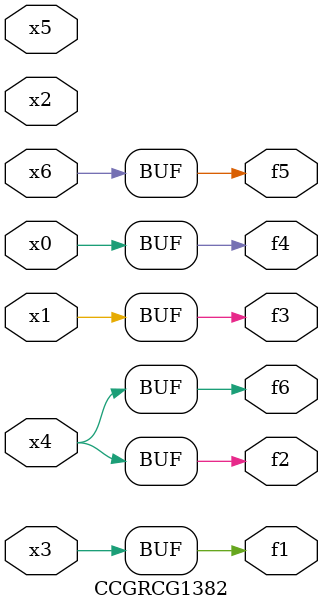
<source format=v>
module CCGRCG1382(
	input x0, x1, x2, x3, x4, x5, x6,
	output f1, f2, f3, f4, f5, f6
);
	assign f1 = x3;
	assign f2 = x4;
	assign f3 = x1;
	assign f4 = x0;
	assign f5 = x6;
	assign f6 = x4;
endmodule

</source>
